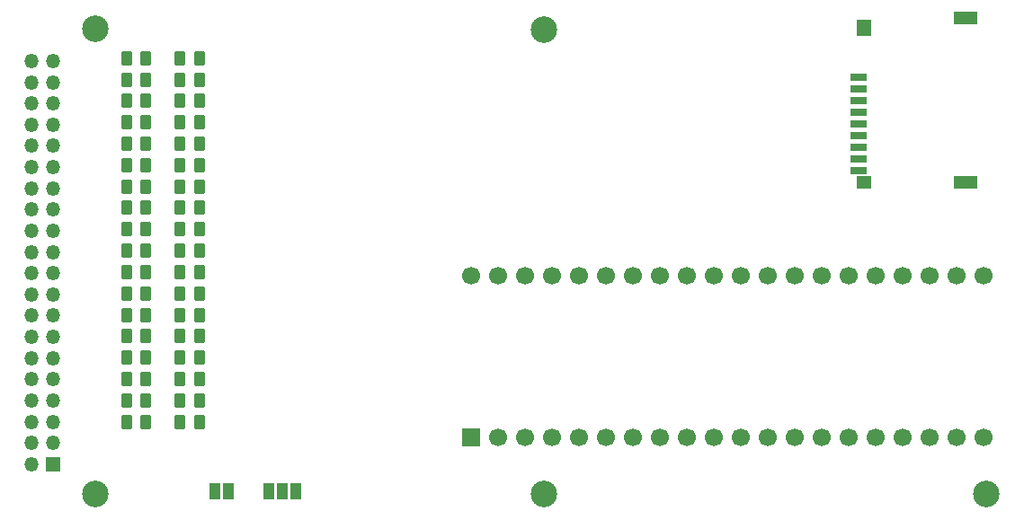
<source format=gts>
G04 #@! TF.GenerationSoftware,KiCad,Pcbnew,(6.0.4)*
G04 #@! TF.CreationDate,2022-09-08T18:29:31-05:00*
G04 #@! TF.ProjectId,v2-PowerBook-BLUESCSI-dehij,76322d50-6f77-4657-9242-6f6f6b2d424c,rev?*
G04 #@! TF.SameCoordinates,Original*
G04 #@! TF.FileFunction,Soldermask,Top*
G04 #@! TF.FilePolarity,Negative*
%FSLAX46Y46*%
G04 Gerber Fmt 4.6, Leading zero omitted, Abs format (unit mm)*
G04 Created by KiCad (PCBNEW (6.0.4)) date 2022-09-08 18:29:31*
%MOMM*%
%LPD*%
G01*
G04 APERTURE LIST*
G04 Aperture macros list*
%AMRoundRect*
0 Rectangle with rounded corners*
0 $1 Rounding radius*
0 $2 $3 $4 $5 $6 $7 $8 $9 X,Y pos of 4 corners*
0 Add a 4 corners polygon primitive as box body*
4,1,4,$2,$3,$4,$5,$6,$7,$8,$9,$2,$3,0*
0 Add four circle primitives for the rounded corners*
1,1,$1+$1,$2,$3*
1,1,$1+$1,$4,$5*
1,1,$1+$1,$6,$7*
1,1,$1+$1,$8,$9*
0 Add four rect primitives between the rounded corners*
20,1,$1+$1,$2,$3,$4,$5,0*
20,1,$1+$1,$4,$5,$6,$7,0*
20,1,$1+$1,$6,$7,$8,$9,0*
20,1,$1+$1,$8,$9,$2,$3,0*%
G04 Aperture macros list end*
%ADD10C,2.500000*%
%ADD11RoundRect,0.250000X0.262500X0.450000X-0.262500X0.450000X-0.262500X-0.450000X0.262500X-0.450000X0*%
%ADD12RoundRect,0.250000X-0.262500X-0.450000X0.262500X-0.450000X0.262500X0.450000X-0.262500X0.450000X0*%
%ADD13R,1.600000X0.700000*%
%ADD14R,2.200000X1.200000*%
%ADD15R,1.400000X1.600000*%
%ADD16R,1.400000X1.200000*%
%ADD17R,1.000000X1.500000*%
%ADD18C,1.700000*%
%ADD19R,1.700000X1.700000*%
%ADD20R,1.350000X1.350000*%
%ADD21O,1.350000X1.350000*%
G04 APERTURE END LIST*
D10*
X166650000Y-123500000D03*
X124980000Y-123500000D03*
X82730000Y-123430000D03*
X124980000Y-79700000D03*
X82730000Y-79630000D03*
D11*
X92530144Y-98512352D03*
X90705144Y-98512352D03*
X92530144Y-102542940D03*
X90705144Y-102542940D03*
X92530144Y-104558234D03*
X90705144Y-104558234D03*
X92530144Y-106573528D03*
X90705144Y-106573528D03*
X92530144Y-108588822D03*
X90705144Y-108588822D03*
X92530144Y-110604116D03*
X90705144Y-110604116D03*
X92530144Y-112619410D03*
X90705144Y-112619410D03*
X92530144Y-114634704D03*
X90705144Y-114634704D03*
X92530144Y-116650000D03*
X90705144Y-116650000D03*
X92530144Y-100527646D03*
X90705144Y-100527646D03*
X92530144Y-94481764D03*
X90705144Y-94481764D03*
X92530144Y-92466470D03*
X90705144Y-92466470D03*
X92530144Y-88435882D03*
X90705144Y-88435882D03*
X92530144Y-96497058D03*
X90705144Y-96497058D03*
X92530144Y-90451176D03*
X90705144Y-90451176D03*
X92530144Y-84405294D03*
X90705144Y-84405294D03*
X92530144Y-82390000D03*
X90705144Y-82390000D03*
X92530144Y-86420588D03*
X90705144Y-86420588D03*
D12*
X85667500Y-102542940D03*
X87492500Y-102542940D03*
X85667500Y-104558234D03*
X87492500Y-104558234D03*
X85667500Y-106573528D03*
X87492500Y-106573528D03*
X85667500Y-108588822D03*
X87492500Y-108588822D03*
X85667500Y-110604116D03*
X87492500Y-110604116D03*
X85667500Y-112619410D03*
X87492500Y-112619410D03*
X85667500Y-114634704D03*
X87492500Y-114634704D03*
X85667500Y-116650000D03*
X87492500Y-116650000D03*
X85667500Y-100527646D03*
X87492500Y-100527646D03*
X85667500Y-98512352D03*
X87492500Y-98512352D03*
X85667500Y-94481764D03*
X87492500Y-94481764D03*
X85667500Y-92466470D03*
X87492500Y-92466470D03*
X85667500Y-88435882D03*
X87492500Y-88435882D03*
X85667500Y-96497058D03*
X87492500Y-96497058D03*
X85667500Y-90451176D03*
X87492500Y-90451176D03*
X85667500Y-84405294D03*
X87492500Y-84405294D03*
X85667500Y-82390000D03*
X87492500Y-82390000D03*
X85667500Y-86420588D03*
X87492500Y-86420588D03*
D13*
X154600000Y-84160000D03*
X154600000Y-85260000D03*
X154600000Y-86360000D03*
X154600000Y-87460000D03*
X154600000Y-88560000D03*
D14*
X164700000Y-78610000D03*
D15*
X155100000Y-79510000D03*
D13*
X154600000Y-89660000D03*
D14*
X164700000Y-94110000D03*
D16*
X155100000Y-94110000D03*
D13*
X154600000Y-90760000D03*
X154600000Y-91860000D03*
X154600000Y-92960000D03*
D17*
X93980000Y-123190000D03*
X95280000Y-123190000D03*
X99060000Y-123190000D03*
X100360000Y-123190000D03*
X101660000Y-123190000D03*
D18*
X118110000Y-102870000D03*
D19*
X118110000Y-118110000D03*
D18*
X120650000Y-102870000D03*
X120650000Y-118110000D03*
X123190000Y-102870000D03*
X123190000Y-118110000D03*
X125730000Y-102870000D03*
X125730000Y-118110000D03*
X128270000Y-102870000D03*
X128270000Y-118110000D03*
X130810000Y-102870000D03*
X130810000Y-118110000D03*
X133350000Y-102870000D03*
X133350000Y-118110000D03*
X135890000Y-102870000D03*
X135890000Y-118110000D03*
X138430000Y-102870000D03*
X138430000Y-118110000D03*
X140970000Y-102870000D03*
X140970000Y-118110000D03*
X143510000Y-102870000D03*
X143510000Y-118110000D03*
X146050000Y-102870000D03*
X146050000Y-118110000D03*
X148590000Y-102870000D03*
X148590000Y-118110000D03*
X151130000Y-102870000D03*
X151130000Y-118110000D03*
X153670000Y-102870000D03*
X153670000Y-118110000D03*
X156210000Y-102870000D03*
X156210000Y-118110000D03*
X158750000Y-102870000D03*
X158750000Y-118110000D03*
X161290000Y-102870000D03*
X161290000Y-118110000D03*
X163830000Y-102870000D03*
X163830000Y-118110000D03*
X166370000Y-102870000D03*
X166370000Y-118110000D03*
D20*
X78740000Y-120650000D03*
D21*
X76740000Y-120650000D03*
X78740000Y-118650000D03*
X76740000Y-118650000D03*
X78740000Y-116650000D03*
X76740000Y-116650000D03*
X78740000Y-114650000D03*
X76740000Y-114650000D03*
X78740000Y-112650000D03*
X76740000Y-112650000D03*
X78740000Y-110650000D03*
X76740000Y-110650000D03*
X78740000Y-108650000D03*
X76740000Y-108650000D03*
X78740000Y-106650000D03*
X76740000Y-106650000D03*
X78740000Y-104650000D03*
X76740000Y-104650000D03*
X78740000Y-102650000D03*
X76740000Y-102650000D03*
X78740000Y-100650000D03*
X76740000Y-100650000D03*
X78740000Y-98650000D03*
X76740000Y-98650000D03*
X78740000Y-96650000D03*
X76740000Y-96650000D03*
X78740000Y-94650000D03*
X76740000Y-94650000D03*
X78740000Y-92650000D03*
X76740000Y-92650000D03*
X78740000Y-90650000D03*
X76740000Y-90650000D03*
X78740000Y-88650000D03*
X76740000Y-88650000D03*
X78740000Y-86650000D03*
X76740000Y-86650000D03*
X78740000Y-84650000D03*
X76740000Y-84650000D03*
X78740000Y-82650000D03*
X76740000Y-82650000D03*
M02*

</source>
